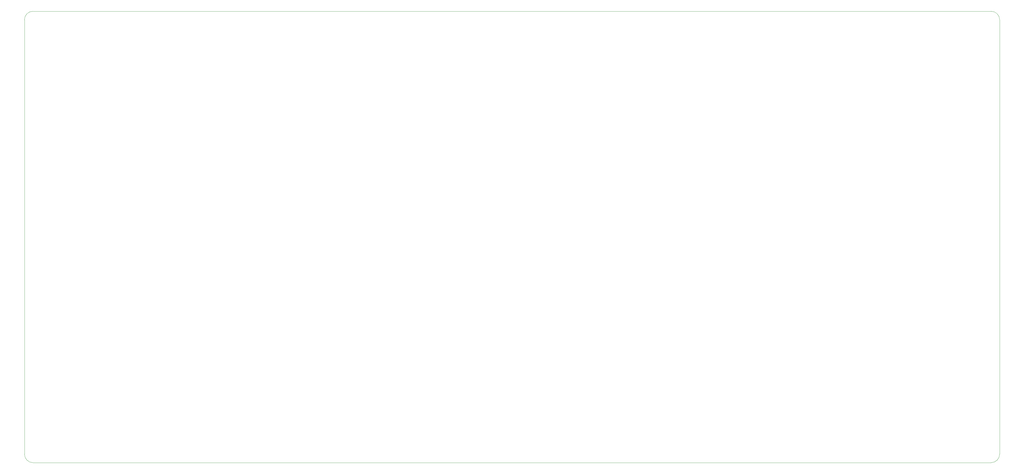
<source format=gbr>
G04 #@! TF.GenerationSoftware,KiCad,Pcbnew,(5.1.4)-1*
G04 #@! TF.CreationDate,2020-11-29T00:19:48+01:00*
G04 #@! TF.ProjectId,CZTKeyRev0,435a544b-6579-4526-9576-302e6b696361,rev?*
G04 #@! TF.SameCoordinates,Original*
G04 #@! TF.FileFunction,Profile,NP*
%FSLAX46Y46*%
G04 Gerber Fmt 4.6, Leading zero omitted, Abs format (unit mm)*
G04 Created by KiCad (PCBNEW (5.1.4)-1) date 2020-11-29 00:19:48*
%MOMM*%
%LPD*%
G04 APERTURE LIST*
%ADD10C,0.050000*%
G04 APERTURE END LIST*
D10*
X335000000Y-193000000D02*
G75*
G02X332000000Y-196000000I-3000000J0D01*
G01*
X332000000Y-37000000D02*
G75*
G02X335000000Y-40000000I0J-3000000D01*
G01*
X-8000000Y-40000000D02*
G75*
G02X-5000000Y-37000000I3000000J0D01*
G01*
X-5000000Y-196000000D02*
G75*
G02X-8000000Y-193000000I0J3000000D01*
G01*
X335000000Y-193000000D02*
X335000000Y-40000000D01*
X-5000000Y-37000000D02*
X332000000Y-37000000D01*
X-8000000Y-193000000D02*
X-8000000Y-40000000D01*
X332000000Y-196000000D02*
X-5000000Y-196000000D01*
M02*

</source>
